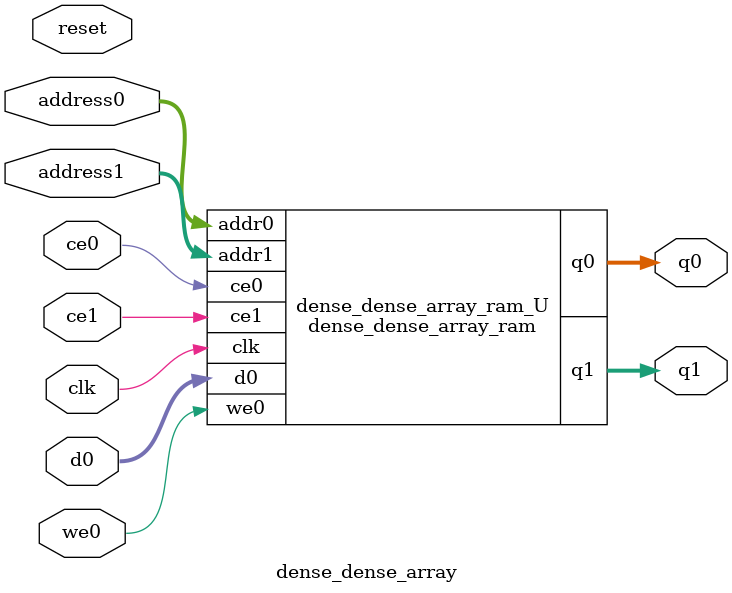
<source format=v>
`timescale 1 ns / 1 ps
module dense_dense_array_ram (addr0, ce0, d0, we0, q0, addr1, ce1, q1,  clk);

parameter DWIDTH = 32;
parameter AWIDTH = 4;
parameter MEM_SIZE = 10;

input[AWIDTH-1:0] addr0;
input ce0;
input[DWIDTH-1:0] d0;
input we0;
output reg[DWIDTH-1:0] q0;
input[AWIDTH-1:0] addr1;
input ce1;
output reg[DWIDTH-1:0] q1;
input clk;

(* ram_style = "distributed" *)reg [DWIDTH-1:0] ram[0:MEM_SIZE-1];




always @(posedge clk)  
begin 
    if (ce0) 
    begin
        if (we0) 
        begin 
            ram[addr0] <= d0; 
        end 
        q0 <= ram[addr0];
    end
end


always @(posedge clk)  
begin 
    if (ce1) 
    begin
        q1 <= ram[addr1];
    end
end


endmodule

`timescale 1 ns / 1 ps
module dense_dense_array(
    reset,
    clk,
    address0,
    ce0,
    we0,
    d0,
    q0,
    address1,
    ce1,
    q1);

parameter DataWidth = 32'd32;
parameter AddressRange = 32'd10;
parameter AddressWidth = 32'd4;
input reset;
input clk;
input[AddressWidth - 1:0] address0;
input ce0;
input we0;
input[DataWidth - 1:0] d0;
output[DataWidth - 1:0] q0;
input[AddressWidth - 1:0] address1;
input ce1;
output[DataWidth - 1:0] q1;



dense_dense_array_ram dense_dense_array_ram_U(
    .clk( clk ),
    .addr0( address0 ),
    .ce0( ce0 ),
    .we0( we0 ),
    .d0( d0 ),
    .q0( q0 ),
    .addr1( address1 ),
    .ce1( ce1 ),
    .q1( q1 ));

endmodule


</source>
